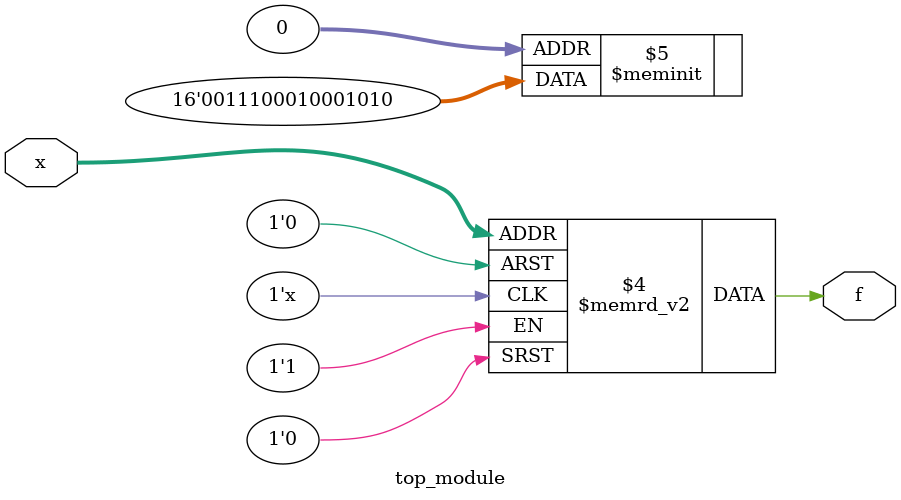
<source format=sv>
module top_module (
    input [4:1] x,
    output logic f
);

    always @(*) begin
        case (x)
            4'b0000, 4'b0010, 4'b0100, 4'b1001, 4'b1010: f = 1'b0;
            4'b0001, 4'b0011, 4'b0111, 4'b1011, 4'b1100, 4'b1101: f = 1'b1;
            default: f = 1'b0; // Treating the don't-care states as 0
        endcase
    end

endmodule

</source>
